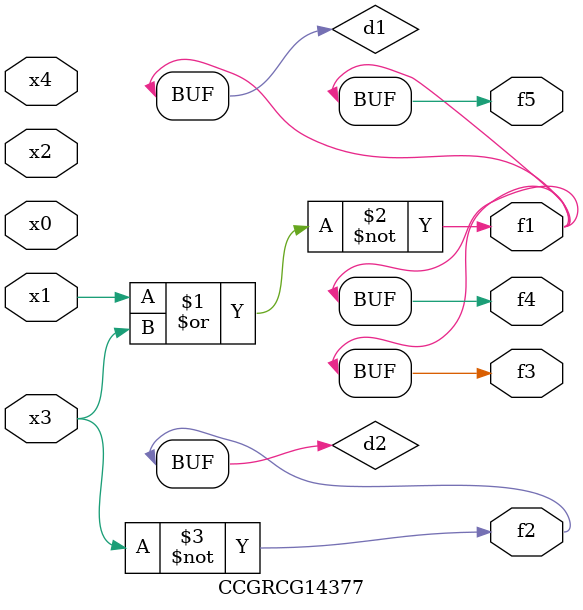
<source format=v>
module CCGRCG14377(
	input x0, x1, x2, x3, x4,
	output f1, f2, f3, f4, f5
);

	wire d1, d2;

	nor (d1, x1, x3);
	not (d2, x3);
	assign f1 = d1;
	assign f2 = d2;
	assign f3 = d1;
	assign f4 = d1;
	assign f5 = d1;
endmodule

</source>
